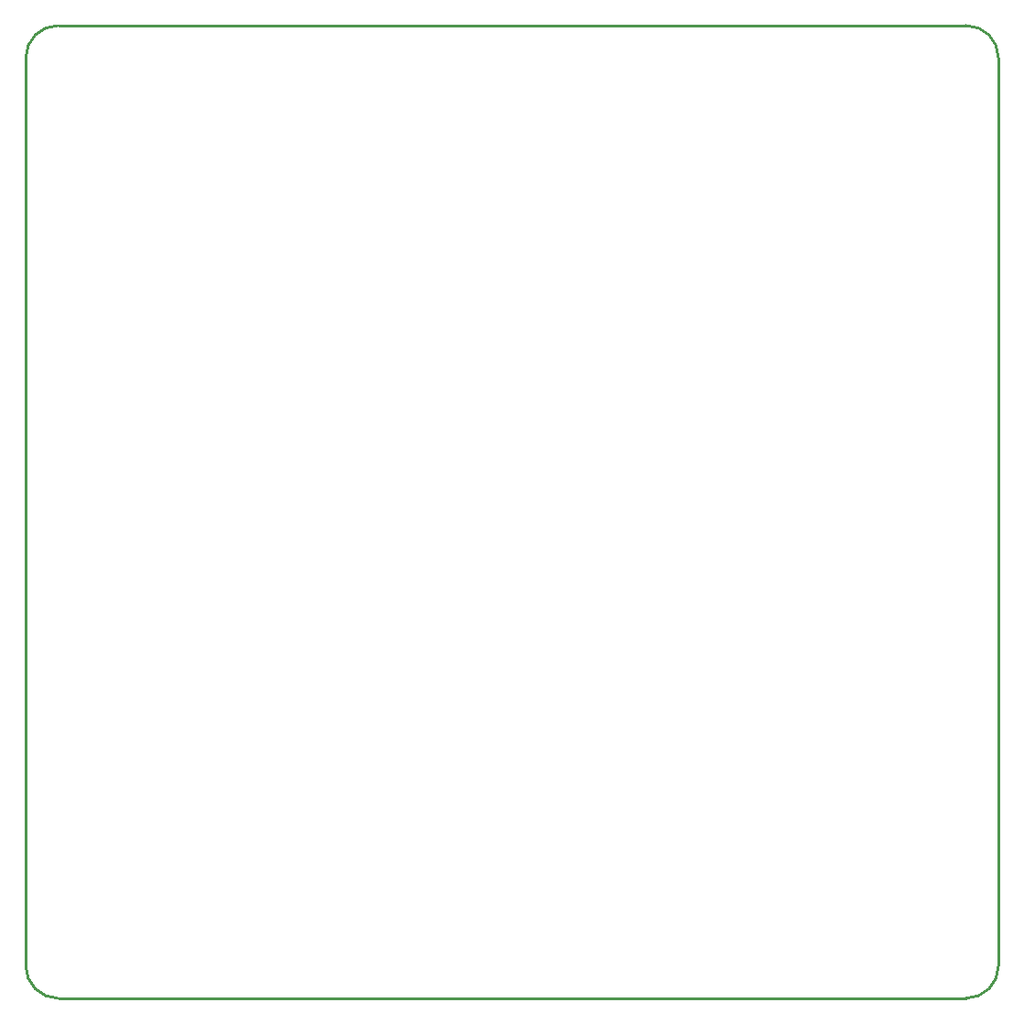
<source format=gko>
G04 Layer: BoardOutlineLayer*
G04 EasyEDA v6.5.48, 2025-01-21 22:01:40*
G04 ce5bcd5d7360488599399ea35ca3f730,208856bd7ad64deca1bfdec547b981c7,10*
G04 Gerber Generator version 0.2*
G04 Scale: 100 percent, Rotated: No, Reflected: No *
G04 Dimensions in millimeters *
G04 leading zeros omitted , absolute positions ,4 integer and 5 decimal *
%FSLAX45Y45*%
%MOMM*%

%ADD10C,0.2540*%
D10*
X8999981Y-299999D02*
G01*
X8999981Y-8699982D01*
X0Y-8699982D02*
G01*
X0Y-299999D01*
X8699982Y-8999981D02*
G01*
X299999Y-8999981D01*
X299999Y0D02*
G01*
X8699982Y0D01*
G75*
G01*
X8699983Y0D02*
G02*
X8999982Y-299999I0J-299999D01*
G75*
G01*
X8999982Y-8699983D02*
G02*
X8699983Y-8999982I-299999J0D01*
G75*
G01*
X299999Y-8999982D02*
G02*
X0Y-8699983I0J299999D01*
G75*
G01*
X0Y-299999D02*
G02*
X299999Y0I299999J0D01*

%LPD*%
M02*

</source>
